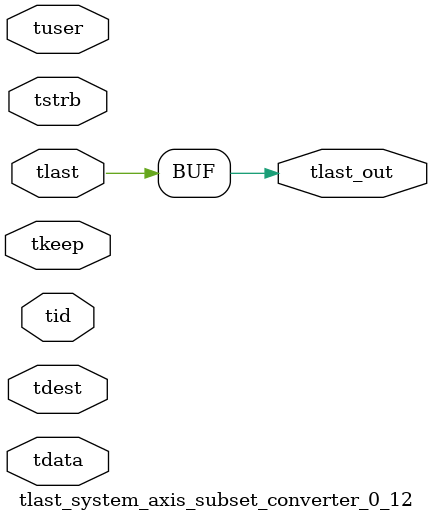
<source format=v>


`timescale 1ps/1ps

module tlast_system_axis_subset_converter_0_12 #
(
parameter C_S_AXIS_TID_WIDTH   = 1,
parameter C_S_AXIS_TUSER_WIDTH = 0,
parameter C_S_AXIS_TDATA_WIDTH = 0,
parameter C_S_AXIS_TDEST_WIDTH = 0
)
(
input  [(C_S_AXIS_TID_WIDTH   == 0 ? 1 : C_S_AXIS_TID_WIDTH)-1:0       ] tid,
input  [(C_S_AXIS_TDATA_WIDTH == 0 ? 1 : C_S_AXIS_TDATA_WIDTH)-1:0     ] tdata,
input  [(C_S_AXIS_TUSER_WIDTH == 0 ? 1 : C_S_AXIS_TUSER_WIDTH)-1:0     ] tuser,
input  [(C_S_AXIS_TDEST_WIDTH == 0 ? 1 : C_S_AXIS_TDEST_WIDTH)-1:0     ] tdest,
input  [(C_S_AXIS_TDATA_WIDTH/8)-1:0 ] tkeep,
input  [(C_S_AXIS_TDATA_WIDTH/8)-1:0 ] tstrb,
input  [0:0]                                                             tlast,
output                                                                   tlast_out
);

assign tlast_out = {tlast};

endmodule


</source>
